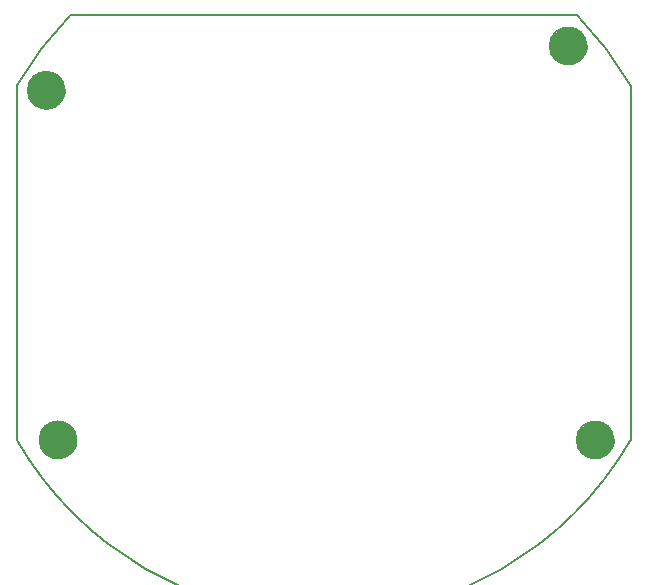
<source format=gbr>
G04 #@! TF.GenerationSoftware,KiCad,Pcbnew,(5.1.2)-2*
G04 #@! TF.CreationDate,2019-09-14T17:44:16+02:00*
G04 #@! TF.ProjectId,Inwall_Bot,496e7761-6c6c-45f4-926f-742e6b696361,rev?*
G04 #@! TF.SameCoordinates,Original*
G04 #@! TF.FileFunction,Profile,NP*
%FSLAX46Y46*%
G04 Gerber Fmt 4.6, Leading zero omitted, Abs format (unit mm)*
G04 Created by KiCad (PCBNEW (5.1.2)-2) date 2019-09-14 17:44:16*
%MOMM*%
%LPD*%
G04 APERTURE LIST*
%ADD10C,0.100000*%
%ADD11C,0.120000*%
%ADD12C,0.200000*%
%ADD13C,0.254000*%
G04 APERTURE END LIST*
D10*
X-93545000Y-31725000D02*
G75*
G03X-93545000Y-31725000I-1600000J0D01*
G01*
X-92555000Y-61325000D02*
G75*
G03X-92555000Y-61325000I-1600000J0D01*
G01*
X-49355000Y-27975000D02*
G75*
G03X-49355000Y-27975000I-1600000J0D01*
G01*
X-47065000Y-61335000D02*
G75*
G03X-47065000Y-61335000I-1600000J0D01*
G01*
D11*
X-49406480Y-27982940D02*
G75*
G03X-49406480Y-27982940I-1550000J0D01*
G01*
X-47104940Y-61336980D02*
G75*
G03X-47104940Y-61336980I-1550000J0D01*
G01*
X-92604940Y-61336980D02*
G75*
G03X-92604940Y-61336980I-1550000J0D01*
G01*
X-93599940Y-31731980D02*
G75*
G03X-93599940Y-31731980I-1550000J0D01*
G01*
D12*
X-93074003Y-25335945D02*
X-50225432Y-25335945D01*
X-45649717Y-31369316D02*
X-45649717Y-61302575D01*
X-45662037Y-61323956D02*
G75*
G02X-97649717Y-61302575I-25987680J14988011D01*
G01*
X-50225223Y-25336158D02*
G75*
G02X-45649717Y-31369316I-21424494J-20999787D01*
G01*
X-97649717Y-31369316D02*
X-97649717Y-61302575D01*
X-97649569Y-31369057D02*
G75*
G02X-93074003Y-25335945I25999852J-14966888D01*
G01*
D13*
G36*
X-48228975Y-59931344D02*
G01*
X-47953500Y-60046125D01*
X-47582856Y-60324108D01*
X-47330506Y-60691163D01*
X-47215716Y-61058490D01*
X-47192563Y-61405791D01*
X-47238314Y-61748929D01*
X-47399178Y-62093637D01*
X-47629658Y-62393261D01*
X-47974966Y-62646486D01*
X-48366126Y-62784543D01*
X-48686616Y-62807435D01*
X-49054037Y-62761507D01*
X-49496075Y-62552121D01*
X-49768715Y-62324921D01*
X-49976136Y-62002266D01*
X-50091307Y-61702820D01*
X-50138000Y-61375971D01*
X-50138000Y-61174465D01*
X-50069198Y-60876323D01*
X-49930327Y-60575437D01*
X-49724857Y-60301477D01*
X-49470484Y-60116477D01*
X-49194993Y-59955775D01*
X-48823376Y-59886096D01*
X-48524629Y-59863116D01*
X-48228975Y-59931344D01*
X-48228975Y-59931344D01*
G37*
X-48228975Y-59931344D02*
X-47953500Y-60046125D01*
X-47582856Y-60324108D01*
X-47330506Y-60691163D01*
X-47215716Y-61058490D01*
X-47192563Y-61405791D01*
X-47238314Y-61748929D01*
X-47399178Y-62093637D01*
X-47629658Y-62393261D01*
X-47974966Y-62646486D01*
X-48366126Y-62784543D01*
X-48686616Y-62807435D01*
X-49054037Y-62761507D01*
X-49496075Y-62552121D01*
X-49768715Y-62324921D01*
X-49976136Y-62002266D01*
X-50091307Y-61702820D01*
X-50138000Y-61375971D01*
X-50138000Y-61174465D01*
X-50069198Y-60876323D01*
X-49930327Y-60575437D01*
X-49724857Y-60301477D01*
X-49470484Y-60116477D01*
X-49194993Y-59955775D01*
X-48823376Y-59886096D01*
X-48524629Y-59863116D01*
X-48228975Y-59931344D01*
G36*
X-50518975Y-26571344D02*
G01*
X-50243499Y-26686125D01*
X-49872856Y-26964108D01*
X-49620506Y-27331163D01*
X-49505716Y-27698490D01*
X-49482563Y-28045791D01*
X-49528314Y-28388929D01*
X-49689178Y-28733637D01*
X-49919658Y-29033261D01*
X-50264966Y-29286486D01*
X-50656126Y-29424543D01*
X-50976616Y-29447435D01*
X-51344037Y-29401507D01*
X-51786075Y-29192121D01*
X-52058715Y-28964921D01*
X-52266136Y-28642266D01*
X-52381307Y-28342820D01*
X-52428000Y-28015971D01*
X-52428000Y-27814465D01*
X-52359198Y-27516323D01*
X-52220327Y-27215437D01*
X-52014857Y-26941477D01*
X-51760484Y-26756477D01*
X-51484993Y-26595775D01*
X-51113376Y-26526096D01*
X-50814629Y-26503116D01*
X-50518975Y-26571344D01*
X-50518975Y-26571344D01*
G37*
X-50518975Y-26571344D02*
X-50243499Y-26686125D01*
X-49872856Y-26964108D01*
X-49620506Y-27331163D01*
X-49505716Y-27698490D01*
X-49482563Y-28045791D01*
X-49528314Y-28388929D01*
X-49689178Y-28733637D01*
X-49919658Y-29033261D01*
X-50264966Y-29286486D01*
X-50656126Y-29424543D01*
X-50976616Y-29447435D01*
X-51344037Y-29401507D01*
X-51786075Y-29192121D01*
X-52058715Y-28964921D01*
X-52266136Y-28642266D01*
X-52381307Y-28342820D01*
X-52428000Y-28015971D01*
X-52428000Y-27814465D01*
X-52359198Y-27516323D01*
X-52220327Y-27215437D01*
X-52014857Y-26941477D01*
X-51760484Y-26756477D01*
X-51484993Y-26595775D01*
X-51113376Y-26526096D01*
X-50814629Y-26503116D01*
X-50518975Y-26571344D01*
G36*
X-93718975Y-59921344D02*
G01*
X-93443499Y-60036125D01*
X-93072856Y-60314108D01*
X-92820506Y-60681163D01*
X-92705716Y-61048490D01*
X-92682563Y-61395791D01*
X-92728314Y-61738929D01*
X-92889178Y-62083637D01*
X-93119658Y-62383261D01*
X-93464966Y-62636486D01*
X-93856126Y-62774543D01*
X-94176616Y-62797435D01*
X-94544037Y-62751507D01*
X-94986075Y-62542121D01*
X-95258715Y-62314921D01*
X-95466136Y-61992266D01*
X-95581307Y-61692820D01*
X-95628000Y-61365971D01*
X-95628000Y-61164465D01*
X-95559198Y-60866323D01*
X-95420327Y-60565437D01*
X-95214857Y-60291477D01*
X-94960484Y-60106477D01*
X-94684993Y-59945775D01*
X-94313376Y-59876096D01*
X-94014629Y-59853116D01*
X-93718975Y-59921344D01*
X-93718975Y-59921344D01*
G37*
X-93718975Y-59921344D02*
X-93443499Y-60036125D01*
X-93072856Y-60314108D01*
X-92820506Y-60681163D01*
X-92705716Y-61048490D01*
X-92682563Y-61395791D01*
X-92728314Y-61738929D01*
X-92889178Y-62083637D01*
X-93119658Y-62383261D01*
X-93464966Y-62636486D01*
X-93856126Y-62774543D01*
X-94176616Y-62797435D01*
X-94544037Y-62751507D01*
X-94986075Y-62542121D01*
X-95258715Y-62314921D01*
X-95466136Y-61992266D01*
X-95581307Y-61692820D01*
X-95628000Y-61365971D01*
X-95628000Y-61164465D01*
X-95559198Y-60866323D01*
X-95420327Y-60565437D01*
X-95214857Y-60291477D01*
X-94960484Y-60106477D01*
X-94684993Y-59945775D01*
X-94313376Y-59876096D01*
X-94014629Y-59853116D01*
X-93718975Y-59921344D01*
G36*
X-94708975Y-30321344D02*
G01*
X-94433500Y-30436125D01*
X-94062856Y-30714108D01*
X-93810506Y-31081163D01*
X-93695716Y-31448490D01*
X-93672563Y-31795791D01*
X-93718314Y-32138929D01*
X-93879178Y-32483637D01*
X-94109658Y-32783261D01*
X-94454966Y-33036486D01*
X-94846126Y-33174543D01*
X-95166616Y-33197435D01*
X-95534037Y-33151507D01*
X-95976075Y-32942121D01*
X-96248715Y-32714921D01*
X-96456136Y-32392266D01*
X-96571307Y-32092820D01*
X-96618000Y-31765971D01*
X-96618000Y-31564465D01*
X-96549198Y-31266323D01*
X-96410327Y-30965437D01*
X-96204857Y-30691477D01*
X-95950484Y-30506477D01*
X-95674993Y-30345775D01*
X-95303376Y-30276096D01*
X-95004629Y-30253116D01*
X-94708975Y-30321344D01*
X-94708975Y-30321344D01*
G37*
X-94708975Y-30321344D02*
X-94433500Y-30436125D01*
X-94062856Y-30714108D01*
X-93810506Y-31081163D01*
X-93695716Y-31448490D01*
X-93672563Y-31795791D01*
X-93718314Y-32138929D01*
X-93879178Y-32483637D01*
X-94109658Y-32783261D01*
X-94454966Y-33036486D01*
X-94846126Y-33174543D01*
X-95166616Y-33197435D01*
X-95534037Y-33151507D01*
X-95976075Y-32942121D01*
X-96248715Y-32714921D01*
X-96456136Y-32392266D01*
X-96571307Y-32092820D01*
X-96618000Y-31765971D01*
X-96618000Y-31564465D01*
X-96549198Y-31266323D01*
X-96410327Y-30965437D01*
X-96204857Y-30691477D01*
X-95950484Y-30506477D01*
X-95674993Y-30345775D01*
X-95303376Y-30276096D01*
X-95004629Y-30253116D01*
X-94708975Y-30321344D01*
M02*

</source>
